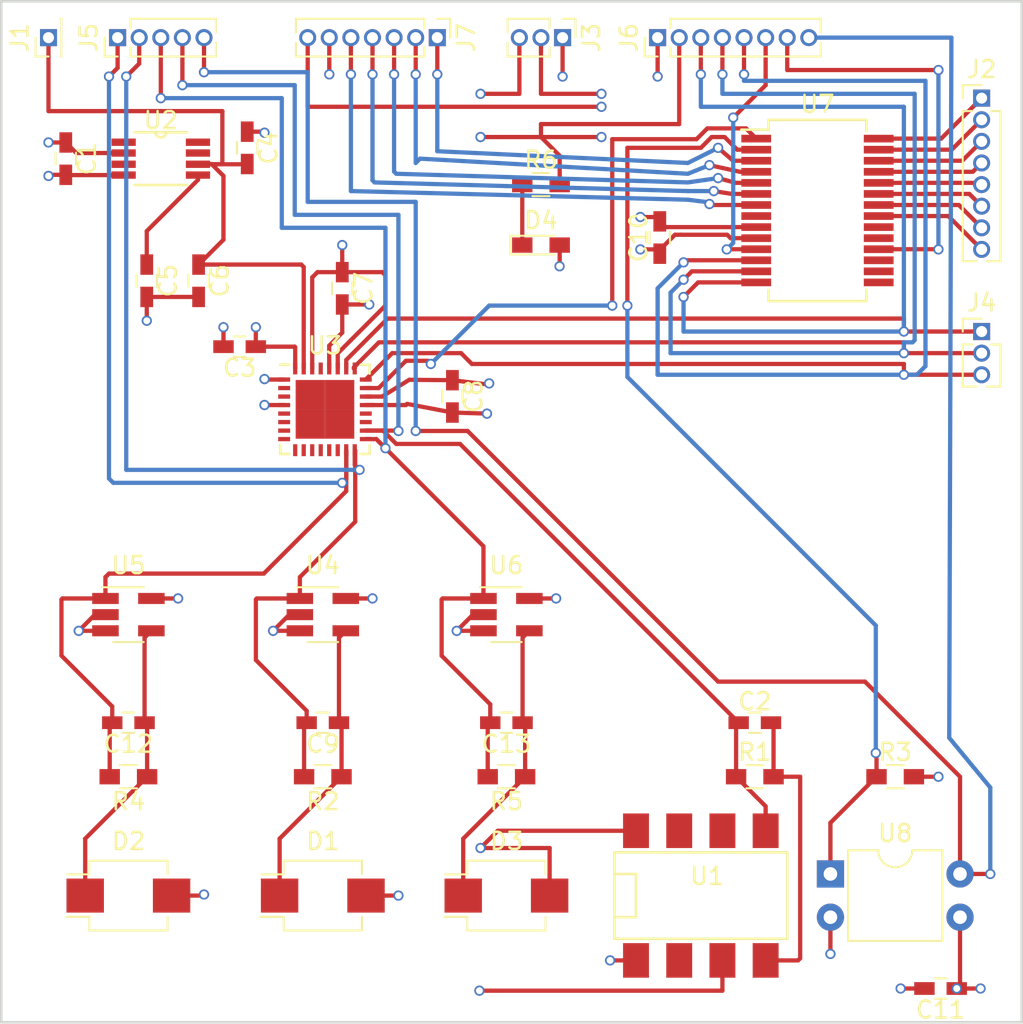
<source format=kicad_pcb>
(kicad_pcb (version 4) (host pcbnew 4.0.6)
  (title_block (title "FlatSat I PAY SENSORS") (date 2017-08-20) (rev 1.0.11) (company "Space Systems\\nUniversity of Toronto Aerospace Team\\n\\n"))
  (layers (0 F.Cu signal) (1 GND power hide) (2 VCC power hide) (31 B.Cu signal) (34 B.Paste user) (35 F.Paste user) (36 B.SilkS user) (37 F.SilkS user) (38 B.Mask user) (39 F.Mask user) (44 Edge.Cuts user))
  (net 0 "")
  (net 1 +3V3)
  (net 2 AGND)
  (net 3 /INTEG_OUT)
  (net 4 "Net-(C2-Pad2)")
  (net 5 "Net-(C4-Pad2)")
  (net 6 "Net-(C5-Pad1)")
  (net 7 "Net-(C9-Pad1)")
  (net 8 /CUSTOM_TEMD_2_OUT)
  (net 9 GND)
  (net 10 "Net-(C12-Pad1)")
  (net 11 /CUSTOM_SFH_OUT)
  (net 12 "Net-(C13-Pad1)")
  (net 13 /CUSTOM_TEMD_1_OUT)
  (net 14 "Net-(J2-Pad1)")
  (net 15 "Net-(J2-Pad2)")
  (net 16 "Net-(J2-Pad3)")
  (net 17 "Net-(J2-Pad4)")
  (net 18 "Net-(J2-Pad5)")
  (net 19 "Net-(J2-Pad6)")
  (net 20 "Net-(J2-Pad7)")
  (net 21 "Net-(J2-Pad8)")
  (net 22 /MISO)
  (net 23 /MOSI)
  (net 24 /SCLK)
  (net 25 /ITF_OUT)
  (net 26 /PEX_CS)
  (net 27 /PEX_RST)
  (net 28 /LED_1)
  (net 29 /LED_2)
  (net 30 /LED_3)
  (net 31 /LED_4)
  (net 32 /LED_5)
  (net 33 "Net-(R3-Pad1)")
  (net 34 "Net-(U3-Pad2)")
  (net 35 "Net-(U3-Pad23)")
  (net 36 "Net-(D4-Pad1)")
  (module Capacitors_SMD:C_0603_HandSoldering (layer F.Cu) (at 113.792 79.248 270)
    (fp_text reference C1 (at 0 -1.25 270) (layer F.SilkS))
    (fp_text value 10uF hide)
    (pad 1 smd rect (at -0.95 0 270) (size 1.2 0.75) (layers F.Cu F.Paste F.Mask) (net 1 +3V3))
    (pad 2 smd rect (at 0.95 0 270) (size 1.2 0.75) (layers F.Cu F.Paste F.Mask) (net 2 AGND))
  )
  (module Capacitors_SMD:C_0603_HandSoldering (layer F.Cu) (at 154.305 112.395)
    (fp_text reference C2 (at 0 -1.25) (layer F.SilkS))
    (fp_text value 0F hide)
    (pad 1 smd rect (at -0.95 0) (size 1.2 0.75) (layers F.Cu F.Paste F.Mask) (net 3 /INTEG_OUT))
    (pad 2 smd rect (at 0.95 0) (size 1.2 0.75) (layers F.Cu F.Paste F.Mask) (net 4 "Net-(C2-Pad2)"))
  )
  (module Capacitors_SMD:C_0603_HandSoldering (layer F.Cu) (at 124.0155 90.297 180)
    (fp_text reference C3 (at 0 -1.25 180) (layer F.SilkS))
    (fp_text value 100nF hide)
    (pad 1 smd rect (at -0.95 0 180) (size 1.2 0.75) (layers F.Cu F.Paste F.Mask) (net 1 +3V3))
    (pad 2 smd rect (at 0.95 0 180) (size 1.2 0.75) (layers F.Cu F.Paste F.Mask) (net 2 AGND))
  )
  (module Capacitors_SMD:C_0603_HandSoldering (layer F.Cu) (at 124.46 78.613 270)
    (fp_text reference C4 (at 0 -1.25 270) (layer F.SilkS))
    (fp_text value 100nF hide)
    (pad 1 smd rect (at -0.95 0 270) (size 1.2 0.75) (layers F.Cu F.Paste F.Mask) (net 2 AGND))
    (pad 2 smd rect (at 0.95 0 270) (size 1.2 0.75) (layers F.Cu F.Paste F.Mask) (net 5 "Net-(C4-Pad2)"))
  )
  (module Capacitors_SMD:C_0603_HandSoldering (layer F.Cu) (at 118.5545 86.4235 270)
    (fp_text reference C5 (at 0 -1.25 270) (layer F.SilkS))
    (fp_text value 100nF hide)
    (pad 1 smd rect (at -0.95 0 270) (size 1.2 0.75) (layers F.Cu F.Paste F.Mask) (net 6 "Net-(C5-Pad1)"))
    (pad 2 smd rect (at 0.95 0 270) (size 1.2 0.75) (layers F.Cu F.Paste F.Mask) (net 2 AGND))
  )
  (module Capacitors_SMD:C_0603_HandSoldering (layer F.Cu) (at 121.6025 86.4235 270)
    (fp_text reference C6 (at 0 -1.25 270) (layer F.SilkS))
    (fp_text value 100nF hide)
    (pad 1 smd rect (at -0.95 0 270) (size 1.2 0.75) (layers F.Cu F.Paste F.Mask) (net 5 "Net-(C4-Pad2)"))
    (pad 2 smd rect (at 0.95 0 270) (size 1.2 0.75) (layers F.Cu F.Paste F.Mask) (net 2 AGND))
  )
  (module Capacitors_SMD:C_0603_HandSoldering (layer F.Cu) (at 130.048 86.868 270)
    (fp_text reference C7 (at 0 -1.25 270) (layer F.SilkS))
    (fp_text value 100nF hide)
    (pad 1 smd rect (at -0.95 0 270) (size 1.2 0.75) (layers F.Cu F.Paste F.Mask) (net 2 AGND))
    (pad 2 smd rect (at 0.95 0 270) (size 1.2 0.75) (layers F.Cu F.Paste F.Mask) (net 1 +3V3))
  )
  (module Capacitors_SMD:C_0603_HandSoldering (layer F.Cu) (at 136.525 93.218 270)
    (fp_text reference C8 (at 0 -1.25 270) (layer F.SilkS))
    (fp_text value 100nF hide)
    (pad 1 smd rect (at -0.95 0 270) (size 1.2 0.75) (layers F.Cu F.Paste F.Mask) (net 2 AGND))
    (pad 2 smd rect (at 0.95 0 270) (size 1.2 0.75) (layers F.Cu F.Paste F.Mask) (net 1 +3V3))
  )
  (module Capacitors_SMD:C_0603_HandSoldering (layer F.Cu) (at 128.905 112.395 180)
    (fp_text reference C9 (at 0 -1.25 180) (layer F.SilkS))
    (fp_text value C hide)
    (pad 1 smd rect (at -0.95 0 180) (size 1.2 0.75) (layers F.Cu F.Paste F.Mask) (net 7 "Net-(C9-Pad1)"))
    (pad 2 smd rect (at 0.95 0 180) (size 1.2 0.75) (layers F.Cu F.Paste F.Mask) (net 13 /CUSTOM_TEMD_1_OUT))
  )
  (module Capacitors_SMD:C_0603_HandSoldering (layer F.Cu) (at 148.717 83.8835 90)
    (fp_text reference C10 (at 0 -1.25 90) (layer F.SilkS))
    (fp_text value 100nF hide)
    (pad 1 smd rect (at -0.95 0 90) (size 1.2 0.75) (layers F.Cu F.Paste F.Mask) (net 9 GND))
    (pad 2 smd rect (at 0.95 0 90) (size 1.2 0.75) (layers F.Cu F.Paste F.Mask) (net 1 +3V3))
  )
  (module Capacitors_SMD:C_0603_HandSoldering (layer F.Cu) (at 165.227 128.016 180)
    (fp_text reference C11 (at 0 -1.25 180) (layer F.SilkS))
    (fp_text value 100nF hide)
    (pad 1 smd rect (at -0.95 0 180) (size 1.2 0.75) (layers F.Cu F.Paste F.Mask) (net 1 +3V3))
    (pad 2 smd rect (at 0.95 0 180) (size 1.2 0.75) (layers F.Cu F.Paste F.Mask) (net 9 GND))
  )
  (module Capacitors_SMD:C_0603_HandSoldering (layer F.Cu) (at 117.475 112.395 180)
    (fp_text reference C12 (at 0 -1.25 180) (layer F.SilkS))
    (fp_text value C hide)
    (pad 1 smd rect (at -0.95 0 180) (size 1.2 0.75) (layers F.Cu F.Paste F.Mask) (net 10 "Net-(C12-Pad1)"))
    (pad 2 smd rect (at 0.95 0 180) (size 1.2 0.75) (layers F.Cu F.Paste F.Mask) (net 11 /CUSTOM_SFH_OUT))
  )
  (module Capacitors_SMD:C_0603_HandSoldering (layer F.Cu) (at 139.7 112.395 180)
    (fp_text reference C13 (at 0 -1.25 180) (layer F.SilkS))
    (fp_text value C hide)
    (pad 1 smd rect (at -0.95 0 180) (size 1.2 0.75) (layers F.Cu F.Paste F.Mask) (net 12 "Net-(C13-Pad1)"))
    (pad 2 smd rect (at 0.95 0 180) (size 1.2 0.75) (layers F.Cu F.Paste F.Mask) (net 8 /CUSTOM_TEMD_2_OUT))
  )
  (module Opto-Devices:PhotoDiode_SMD-DIL2_4.5x4 (layer F.Cu) (at 128.905 122.555)
    (fp_text reference D1 (at 0.01 -3.2) (layer F.SilkS))
    (fp_text value TEMD5510FX01 hide)
    (pad 2 smd rect (at 2.54 0 180) (size 2.2 2) (layers F.Cu F.Paste F.Mask) (net 2 AGND))
    (pad 1 smd rect (at -2.54 0 180) (size 2.2 2) (layers F.Cu F.Paste F.Mask) (net 7 "Net-(C9-Pad1)"))
  )
  (module Opto-Devices:PhotoDiode_SMD-DIL2_4.5x4 (layer F.Cu) (at 117.475 122.555)
    (fp_text reference D2 (at 0.01 -3.2) (layer F.SilkS))
    (fp_text value SFH2430 hide)
    (pad 2 smd rect (at 2.54 0 180) (size 2.2 2) (layers F.Cu F.Paste F.Mask) (net 2 AGND))
    (pad 1 smd rect (at -2.54 0 180) (size 2.2 2) (layers F.Cu F.Paste F.Mask) (net 10 "Net-(C12-Pad1)"))
  )
  (module Opto-Devices:PhotoDiode_SMD-DIL2_4.5x4 (layer F.Cu) (at 139.7 122.555)
    (fp_text reference D3 (at 0.01 -3.2) (layer F.SilkS))
    (fp_text value TEMD5510FX01 hide)
    (pad 2 smd rect (at 2.54 0 180) (size 2.2 2) (layers F.Cu F.Paste F.Mask) (net 2 AGND))
    (pad 1 smd rect (at -2.54 0 180) (size 2.2 2) (layers F.Cu F.Paste F.Mask) (net 12 "Net-(C13-Pad1)"))
  )
  (module Pin_Headers:Pin_Header_Straight_1x01_Pitch1.27mm (layer F.Cu) (at 112.776 72.136 90)
    (fp_text reference J1 (at 0 -1.695 90) (layer F.SilkS))
    (fp_text value CONN_01X01 hide)
    (pad 1 thru_hole rect (at 0 0 90) (size 1 1) (drill 0.65) (layers *.Cu *.Mask) (net 5 "Net-(C4-Pad2)"))
  )
  (module Pin_Headers:Pin_Header_Straight_1x03_Pitch1.27mm (layer F.Cu) (at 143.002 72.136 270)
    (fp_text reference J3 (at 0 -1.695 270) (layer F.SilkS))
    (fp_text value CONN_01X03 hide)
    (pad 1 thru_hole rect (at 0 0 270) (size 1 1) (drill 0.65) (layers *.Cu *.Mask) (net 1 +3V3))
    (pad 2 thru_hole oval (at 0 1.27 270) (size 1 1) (drill 0.65) (layers *.Cu *.Mask) (net 9 GND))
    (pad 3 thru_hole oval (at 0 2.54 270) (size 1 1) (drill 0.65) (layers *.Cu *.Mask) (net 2 AGND))
  )
  (module Pin_Headers:Pin_Header_Straight_1x03_Pitch1.27mm (layer F.Cu) (at 167.64 89.408)
    (fp_text reference J4 (at 0 -1.695) (layer F.SilkS))
    (fp_text value CONN_01X03 hide)
    (pad 1 thru_hole rect (at 0 0) (size 1 1) (drill 0.65) (layers *.Cu *.Mask) (net 22 /MISO))
    (pad 2 thru_hole oval (at 0 1.27) (size 1 1) (drill 0.65) (layers *.Cu *.Mask) (net 23 /MOSI))
    (pad 3 thru_hole oval (at 0 2.54) (size 1 1) (drill 0.65) (layers *.Cu *.Mask) (net 24 /SCLK))
  )
  (module Pin_Headers:Pin_Header_Straight_1x05_Pitch1.27mm (layer F.Cu) (at 116.84 72.136 90)
    (fp_text reference J5 (at 0 -1.695 90) (layer F.SilkS))
    (fp_text value CONN_01X05 hide)
    (pad 1 thru_hole rect (at 0 0 90) (size 1 1) (drill 0.65) (layers *.Cu *.Mask) (net 11 /CUSTOM_SFH_OUT))
    (pad 2 thru_hole oval (at 0 1.27 90) (size 1 1) (drill 0.65) (layers *.Cu *.Mask) (net 13 /CUSTOM_TEMD_1_OUT))
    (pad 3 thru_hole oval (at 0 2.54 90) (size 1 1) (drill 0.65) (layers *.Cu *.Mask) (net 8 /CUSTOM_TEMD_2_OUT))
    (pad 4 thru_hole oval (at 0 3.81 90) (size 1 1) (drill 0.65) (layers *.Cu *.Mask) (net 3 /INTEG_OUT))
    (pad 5 thru_hole oval (at 0 5.08 90) (size 1 1) (drill 0.65) (layers *.Cu *.Mask) (net 25 /ITF_OUT))
  )
  (module Pin_Headers:Pin_Header_Straight_1x08_Pitch1.27mm (layer F.Cu) (at 148.59 72.136 90)
    (fp_text reference J6 (at 0 -1.695 90) (layer F.SilkS))
    (fp_text value CONN_01X08 hide)
    (pad 1 thru_hole rect (at 0 0 90) (size 1 1) (drill 0.65) (layers *.Cu *.Mask) (net 1 +3V3))
    (pad 2 thru_hole oval (at 0 1.27 90) (size 1 1) (drill 0.65) (layers *.Cu *.Mask) (net 9 GND))
    (pad 3 thru_hole oval (at 0 2.54 90) (size 1 1) (drill 0.65) (layers *.Cu *.Mask) (net 22 /MISO))
    (pad 4 thru_hole oval (at 0 3.81 90) (size 1 1) (drill 0.65) (layers *.Cu *.Mask) (net 23 /MOSI))
    (pad 5 thru_hole oval (at 0 5.08 90) (size 1 1) (drill 0.65) (layers *.Cu *.Mask) (net 24 /SCLK))
    (pad 6 thru_hole oval (at 0 6.35 90) (size 1 1) (drill 0.65) (layers *.Cu *.Mask) (net 26 /PEX_CS))
    (pad 7 thru_hole oval (at 0 7.62 90) (size 1 1) (drill 0.65) (layers *.Cu *.Mask) (net 27 /PEX_RST))
    (pad 8 thru_hole oval (at 0 8.89 90) (size 1 1) (drill 0.65) (layers *.Cu *.Mask) (net 25 /ITF_OUT))
  )
  (module Pin_Headers:Pin_Header_Straight_1x07_Pitch1.27mm (layer F.Cu) (at 135.636 72.136 270)
    (fp_text reference J7 (at 0 -1.695 270) (layer F.SilkS))
    (fp_text value CONN_01X07 hide)
    (pad 1 thru_hole rect (at 0 0 270) (size 1 1) (drill 0.65) (layers *.Cu *.Mask) (net 28 /LED_1))
    (pad 2 thru_hole oval (at 0 1.27 270) (size 1 1) (drill 0.65) (layers *.Cu *.Mask) (net 29 /LED_2))
    (pad 3 thru_hole oval (at 0 2.54 270) (size 1 1) (drill 0.65) (layers *.Cu *.Mask) (net 30 /LED_3))
    (pad 4 thru_hole oval (at 0 3.81 270) (size 1 1) (drill 0.65) (layers *.Cu *.Mask) (net 31 /LED_4))
    (pad 5 thru_hole oval (at 0 5.08 270) (size 1 1) (drill 0.65) (layers *.Cu *.Mask) (net 32 /LED_5))
    (pad 6 thru_hole oval (at 0 6.35 270) (size 1 1) (drill 0.65) (layers *.Cu *.Mask) (net 1 +3V3))
    (pad 7 thru_hole oval (at 0 7.62 270) (size 1 1) (drill 0.65) (layers *.Cu *.Mask) (net 9 GND))
  )
  (module Resistors_SMD:R_0603_HandSoldering (layer F.Cu) (at 154.305 115.57)
    (fp_text reference R1 (at 0 -1.45) (layer F.SilkS))
    (fp_text value 0Ω hide)
    (pad 1 smd rect (at -1.1 0) (size 1.2 0.9) (layers F.Cu F.Paste F.Mask) (net 3 /INTEG_OUT))
    (pad 2 smd rect (at 1.1 0) (size 1.2 0.9) (layers F.Cu F.Paste F.Mask) (net 4 "Net-(C2-Pad2)"))
  )
  (module Resistors_SMD:R_0603_HandSoldering (layer F.Cu) (at 128.905 115.57 180)
    (fp_text reference R2 (at 0 -1.45 180) (layer F.SilkS))
    (fp_text value R hide)
    (pad 1 smd rect (at -1.1 0 180) (size 1.2 0.9) (layers F.Cu F.Paste F.Mask) (net 7 "Net-(C9-Pad1)"))
    (pad 2 smd rect (at 1.1 0 180) (size 1.2 0.9) (layers F.Cu F.Paste F.Mask) (net 13 /CUSTOM_TEMD_1_OUT))
  )
  (module Resistors_SMD:R_0603_HandSoldering (layer F.Cu) (at 162.56 115.57)
    (fp_text reference R3 (at 0 -1.45) (layer F.SilkS))
    (fp_text value 10kΩ hide)
    (pad 1 smd rect (at -1.1 0) (size 1.2 0.9) (layers F.Cu F.Paste F.Mask) (net 33 "Net-(R3-Pad1)"))
    (pad 2 smd rect (at 1.1 0) (size 1.2 0.9) (layers F.Cu F.Paste F.Mask) (net 1 +3V3))
  )
  (module Resistors_SMD:R_0603_HandSoldering (layer F.Cu) (at 117.475 115.57 180)
    (fp_text reference R4 (at 0 -1.45 180) (layer F.SilkS))
    (fp_text value R hide)
    (pad 1 smd rect (at -1.1 0 180) (size 1.2 0.9) (layers F.Cu F.Paste F.Mask) (net 10 "Net-(C12-Pad1)"))
    (pad 2 smd rect (at 1.1 0 180) (size 1.2 0.9) (layers F.Cu F.Paste F.Mask) (net 11 /CUSTOM_SFH_OUT))
  )
  (module Resistors_SMD:R_0603_HandSoldering (layer F.Cu) (at 139.7 115.57 180)
    (fp_text reference R5 (at 0 -1.45 180) (layer F.SilkS))
    (fp_text value R hide)
    (pad 1 smd rect (at -1.1 0 180) (size 1.2 0.9) (layers F.Cu F.Paste F.Mask) (net 12 "Net-(C13-Pad1)"))
    (pad 2 smd rect (at 1.1 0 180) (size 1.2 0.9) (layers F.Cu F.Paste F.Mask) (net 8 /CUSTOM_TEMD_2_OUT))
  )
  (module SMD_Packages:DIP-8_SMD (layer F.Cu) (at 151.13 122.555)
    (fp_text reference U1 (at 0.381 -1.143) (layer F.SilkS))
    (fp_text value OPT101 hide)
    (pad 1 smd rect (at -3.81 3.81) (size 1.524 2.032) (layers F.Cu F.Paste F.Mask) (net 1 +3V3))
    (pad 2 smd rect (at -1.27 3.81) (size 1.524 2.032) (layers F.Cu F.Paste F.Mask))
    (pad 3 smd rect (at 1.27 3.81) (size 1.524 2.032) (layers F.Cu F.Paste F.Mask) (net 2 AGND))
    (pad 4 smd rect (at 3.81 3.81) (size 1.524 2.032) (layers F.Cu F.Paste F.Mask) (net 4 "Net-(C2-Pad2)"))
    (pad 5 smd rect (at 3.81 -3.81) (size 1.524 2.032) (layers F.Cu F.Paste F.Mask) (net 3 /INTEG_OUT))
    (pad 6 smd rect (at 1.27 -3.81) (size 1.524 2.032) (layers F.Cu F.Paste F.Mask))
    (pad 7 smd rect (at -1.27 -3.81) (size 1.524 2.032) (layers F.Cu F.Paste F.Mask))
    (pad 8 smd rect (at -3.81 -3.81) (size 1.524 2.032) (layers F.Cu F.Paste F.Mask) (net 2 AGND))
  )
  (module REF5025AIDGKR:SOP65P490X110-8N (layer F.Cu) (at 119.38 79.248)
    (fp_text reference U2 (at 0 -2.25) (layer F.SilkS))
    (fp_text value REF5025 hide)
    (pad 1 smd rect (at -2.1844 -0.9652) (size 1.4224 0.4318) (layers F.Cu F.Paste F.Mask))
    (pad 2 smd rect (at -2.1844 -0.3302) (size 1.4224 0.4318) (layers F.Cu F.Paste F.Mask) (net 1 +3V3))
    (pad 3 smd rect (at -2.1844 0.3302) (size 1.4224 0.4318) (layers F.Cu F.Paste F.Mask))
    (pad 4 smd rect (at -2.1844 0.9652) (size 1.4224 0.4318) (layers F.Cu F.Paste F.Mask) (net 2 AGND))
    (pad 5 smd rect (at 2.1844 0.9652) (size 1.4224 0.4318) (layers F.Cu F.Paste F.Mask) (net 6 "Net-(C5-Pad1)"))
    (pad 6 smd rect (at 2.1844 0.3302) (size 1.4224 0.4318) (layers F.Cu F.Paste F.Mask) (net 5 "Net-(C4-Pad2)"))
    (pad 7 smd rect (at 2.1844 -0.3302) (size 1.4224 0.4318) (layers F.Cu F.Paste F.Mask))
    (pad 8 smd rect (at 2.1844 -0.9652) (size 1.4224 0.4318) (layers F.Cu F.Paste F.Mask))
  )
  (module Housings_DFN_QFN:QFN-32-1EP_5x5mm_Pitch0.5mm (layer F.Cu) (at 129.032 93.98)
    (fp_text reference U3 (at 0 -3.75) (layer F.SilkS))
    (fp_text value ADS7952 hide)
    (pad 1 smd rect (at -2.4 -1.75) (size 0.7 0.25) (layers F.Cu F.Paste F.Mask) (net 2 AGND))
    (pad 2 smd rect (at -2.4 -1.25) (size 0.7 0.25) (layers F.Cu F.Paste F.Mask) (net 34 "Net-(U3-Pad2)"))
    (pad 3 smd rect (at -2.4 -0.75) (size 0.7 0.25) (layers F.Cu F.Paste F.Mask) (net 34 "Net-(U3-Pad2)"))
    (pad 4 smd rect (at -2.4 -0.25) (size 0.7 0.25) (layers F.Cu F.Paste F.Mask) (net 2 AGND))
    (pad 5 smd rect (at -2.4 0.25) (size 0.7 0.25) (layers F.Cu F.Paste F.Mask))
    (pad 6 smd rect (at -2.4 0.75) (size 0.7 0.25) (layers F.Cu F.Paste F.Mask))
    (pad 7 smd rect (at -2.4 1.25) (size 0.7 0.25) (layers F.Cu F.Paste F.Mask))
    (pad 8 smd rect (at -2.4 1.75) (size 0.7 0.25) (layers F.Cu F.Paste F.Mask))
    (pad 9 smd rect (at -1.75 2.4 90) (size 0.7 0.25) (layers F.Cu F.Paste F.Mask))
    (pad 10 smd rect (at -1.25 2.4 90) (size 0.7 0.25) (layers F.Cu F.Paste F.Mask))
    (pad 11 smd rect (at -0.75 2.4 90) (size 0.7 0.25) (layers F.Cu F.Paste F.Mask))
    (pad 12 smd rect (at -0.25 2.4 90) (size 0.7 0.25) (layers F.Cu F.Paste F.Mask))
    (pad 13 smd rect (at 0.25 2.4 90) (size 0.7 0.25) (layers F.Cu F.Paste F.Mask))
    (pad 14 smd rect (at 0.75 2.4 90) (size 0.7 0.25) (layers F.Cu F.Paste F.Mask))
    (pad 15 smd rect (at 1.25 2.4 90) (size 0.7 0.25) (layers F.Cu F.Paste F.Mask) (net 11 /CUSTOM_SFH_OUT))
    (pad 16 smd rect (at 1.75 2.4 90) (size 0.7 0.25) (layers F.Cu F.Paste F.Mask) (net 13 /CUSTOM_TEMD_1_OUT))
    (pad 17 smd rect (at 2.4 1.75) (size 0.7 0.25) (layers F.Cu F.Paste F.Mask) (net 8 /CUSTOM_TEMD_2_OUT))
    (pad 18 smd rect (at 2.4 1.25) (size 0.7 0.25) (layers F.Cu F.Paste F.Mask) (net 3 /INTEG_OUT))
    (pad 19 smd rect (at 2.4 0.75) (size 0.7 0.25) (layers F.Cu F.Paste F.Mask))
    (pad 20 smd rect (at 2.4 0.25) (size 0.7 0.25) (layers F.Cu F.Paste F.Mask))
    (pad 21 smd rect (at 2.4 -0.25) (size 0.7 0.25) (layers F.Cu F.Paste F.Mask) (net 1 +3V3))
    (pad 22 smd rect (at 2.4 -0.75) (size 0.7 0.25) (layers F.Cu F.Paste F.Mask) (net 2 AGND))
    (pad 23 smd rect (at 2.4 -1.25) (size 0.7 0.25) (layers F.Cu F.Paste F.Mask) (net 35 "Net-(U3-Pad23)"))
    (pad 24 smd rect (at 2.4 -1.75) (size 0.7 0.25) (layers F.Cu F.Paste F.Mask) (net 24 /SCLK))
    (pad 25 smd rect (at 1.75 -2.4 90) (size 0.7 0.25) (layers F.Cu F.Paste F.Mask) (net 23 /MOSI))
    (pad 26 smd rect (at 1.25 -2.4 90) (size 0.7 0.25) (layers F.Cu F.Paste F.Mask) (net 22 /MISO))
    (pad 27 smd rect (at 0.75 -2.4 90) (size 0.7 0.25) (layers F.Cu F.Paste F.Mask) (net 2 AGND))
    (pad 28 smd rect (at 0.25 -2.4 90) (size 0.7 0.25) (layers F.Cu F.Paste F.Mask) (net 1 +3V3))
    (pad 29 smd rect (at -0.25 -2.4 90) (size 0.7 0.25) (layers F.Cu F.Paste F.Mask))
    (pad 30 smd rect (at -0.75 -2.4 90) (size 0.7 0.25) (layers F.Cu F.Paste F.Mask) (net 2 AGND))
    (pad 31 smd rect (at -1.25 -2.4 90) (size 0.7 0.25) (layers F.Cu F.Paste F.Mask) (net 5 "Net-(C4-Pad2)"))
    (pad 32 smd rect (at -1.75 -2.4 90) (size 0.7 0.25) (layers F.Cu F.Paste F.Mask) (net 1 +3V3))
    (pad 33 smd rect (at 0.8625 0.8625) (size 1.725 1.725) (layers F.Cu F.Paste F.Mask))
    (pad 33 smd rect (at 0.8625 -0.8625) (size 1.725 1.725) (layers F.Cu F.Paste F.Mask))
    (pad 33 smd rect (at -0.8625 0.8625) (size 1.725 1.725) (layers F.Cu F.Paste F.Mask))
    (pad 33 smd rect (at -0.8625 -0.8625) (size 1.725 1.725) (layers F.Cu F.Paste F.Mask))
  )
  (module TO_SOT_Packages_SMD:SOT-23-5_HandSoldering (layer F.Cu) (at 128.905 106.045)
    (fp_text reference U4 (at 0 -2.9) (layer F.SilkS))
    (fp_text value LTC6240-S5 hide)
    (pad 1 smd rect (at -1.35 -0.95) (size 1.56 0.65) (layers F.Cu F.Paste F.Mask) (net 13 /CUSTOM_TEMD_1_OUT))
    (pad 2 smd rect (at -1.35 0) (size 1.56 0.65) (layers F.Cu F.Paste F.Mask) (net 2 AGND))
    (pad 3 smd rect (at -1.35 0.95) (size 1.56 0.65) (layers F.Cu F.Paste F.Mask) (net 2 AGND))
    (pad 4 smd rect (at 1.35 0.95) (size 1.56 0.65) (layers F.Cu F.Paste F.Mask) (net 7 "Net-(C9-Pad1)"))
    (pad 5 smd rect (at 1.35 -0.95) (size 1.56 0.65) (layers F.Cu F.Paste F.Mask) (net 1 +3V3))
  )
  (module TO_SOT_Packages_SMD:SOT-23-5_HandSoldering (layer F.Cu) (at 117.475 106.045)
    (fp_text reference U5 (at 0 -2.9) (layer F.SilkS))
    (fp_text value LTC6240-S5 hide)
    (pad 1 smd rect (at -1.35 -0.95) (size 1.56 0.65) (layers F.Cu F.Paste F.Mask) (net 11 /CUSTOM_SFH_OUT))
    (pad 2 smd rect (at -1.35 0) (size 1.56 0.65) (layers F.Cu F.Paste F.Mask) (net 2 AGND))
    (pad 3 smd rect (at -1.35 0.95) (size 1.56 0.65) (layers F.Cu F.Paste F.Mask) (net 2 AGND))
    (pad 4 smd rect (at 1.35 0.95) (size 1.56 0.65) (layers F.Cu F.Paste F.Mask) (net 10 "Net-(C12-Pad1)"))
    (pad 5 smd rect (at 1.35 -0.95) (size 1.56 0.65) (layers F.Cu F.Paste F.Mask) (net 1 +3V3))
  )
  (module TO_SOT_Packages_SMD:SOT-23-5_HandSoldering (layer F.Cu) (at 139.7 106.045)
    (fp_text reference U6 (at 0 -2.9) (layer F.SilkS))
    (fp_text value LTC6240-S5 hide)
    (pad 1 smd rect (at -1.35 -0.95) (size 1.56 0.65) (layers F.Cu F.Paste F.Mask) (net 8 /CUSTOM_TEMD_2_OUT))
    (pad 2 smd rect (at -1.35 0) (size 1.56 0.65) (layers F.Cu F.Paste F.Mask) (net 2 AGND))
    (pad 3 smd rect (at -1.35 0.95) (size 1.56 0.65) (layers F.Cu F.Paste F.Mask) (net 2 AGND))
    (pad 4 smd rect (at 1.35 0.95) (size 1.56 0.65) (layers F.Cu F.Paste F.Mask) (net 12 "Net-(C13-Pad1)"))
    (pad 5 smd rect (at 1.35 -0.95) (size 1.56 0.65) (layers F.Cu F.Paste F.Mask) (net 1 +3V3))
  )
  (module Housings_SSOP:SSOP-28_5.3x10.2mm_Pitch0.65mm (layer F.Cu) (at 157.988 82.296)
    (fp_text reference U7 (at 0 -6.25) (layer F.SilkS))
    (fp_text value MCP23S17 hide)
    (pad 1 smd rect (at -3.6 -4.225) (size 1.75 0.45) (layers F.Cu F.Paste F.Mask) (net 35 "Net-(U3-Pad23)"))
    (pad 2 smd rect (at -3.6 -3.575) (size 1.75 0.45) (layers F.Cu F.Paste F.Mask) (net 33 "Net-(R3-Pad1)"))
    (pad 3 smd rect (at -3.6 -2.925) (size 1.75 0.45) (layers F.Cu F.Paste F.Mask) (net 28 /LED_1))
    (pad 4 smd rect (at -3.6 -2.275) (size 1.75 0.45) (layers F.Cu F.Paste F.Mask) (net 29 /LED_2))
    (pad 5 smd rect (at -3.6 -1.625) (size 1.75 0.45) (layers F.Cu F.Paste F.Mask) (net 30 /LED_3))
    (pad 6 smd rect (at -3.6 -0.975) (size 1.75 0.45) (layers F.Cu F.Paste F.Mask) (net 31 /LED_4))
    (pad 7 smd rect (at -3.6 -0.325) (size 1.75 0.45) (layers F.Cu F.Paste F.Mask) (net 32 /LED_5))
    (pad 8 smd rect (at -3.6 0.325) (size 1.75 0.45) (layers F.Cu F.Paste F.Mask))
    (pad 9 smd rect (at -3.6 0.975) (size 1.75 0.45) (layers F.Cu F.Paste F.Mask) (net 1 +3V3))
    (pad 10 smd rect (at -3.6 1.625) (size 1.75 0.45) (layers F.Cu F.Paste F.Mask) (net 9 GND))
    (pad 11 smd rect (at -3.6 2.275) (size 1.75 0.45) (layers F.Cu F.Paste F.Mask) (net 26 /PEX_CS))
    (pad 12 smd rect (at -3.6 2.925) (size 1.75 0.45) (layers F.Cu F.Paste F.Mask) (net 24 /SCLK))
    (pad 13 smd rect (at -3.6 3.575) (size 1.75 0.45) (layers F.Cu F.Paste F.Mask) (net 23 /MOSI))
    (pad 14 smd rect (at -3.6 4.225) (size 1.75 0.45) (layers F.Cu F.Paste F.Mask) (net 22 /MISO))
    (pad 15 smd rect (at 3.6 4.225) (size 1.75 0.45) (layers F.Cu F.Paste F.Mask))
    (pad 16 smd rect (at 3.6 3.575) (size 1.75 0.45) (layers F.Cu F.Paste F.Mask))
    (pad 17 smd rect (at 3.6 2.925) (size 1.75 0.45) (layers F.Cu F.Paste F.Mask))
    (pad 18 smd rect (at 3.6 2.275) (size 1.75 0.45) (layers F.Cu F.Paste F.Mask) (net 27 /PEX_RST))
    (pad 19 smd rect (at 3.6 1.625) (size 1.75 0.45) (layers F.Cu F.Paste F.Mask))
    (pad 20 smd rect (at 3.6 0.975) (size 1.75 0.45) (layers F.Cu F.Paste F.Mask))
    (pad 21 smd rect (at 3.6 0.325) (size 1.75 0.45) (layers F.Cu F.Paste F.Mask) (net 21 "Net-(J2-Pad8)"))
    (pad 22 smd rect (at 3.6 -0.325) (size 1.75 0.45) (layers F.Cu F.Paste F.Mask) (net 20 "Net-(J2-Pad7)"))
    (pad 23 smd rect (at 3.6 -0.975) (size 1.75 0.45) (layers F.Cu F.Paste F.Mask) (net 19 "Net-(J2-Pad6)"))
    (pad 24 smd rect (at 3.6 -1.625) (size 1.75 0.45) (layers F.Cu F.Paste F.Mask) (net 18 "Net-(J2-Pad5)"))
    (pad 25 smd rect (at 3.6 -2.275) (size 1.75 0.45) (layers F.Cu F.Paste F.Mask) (net 17 "Net-(J2-Pad4)"))
    (pad 26 smd rect (at 3.6 -2.925) (size 1.75 0.45) (layers F.Cu F.Paste F.Mask) (net 16 "Net-(J2-Pad3)"))
    (pad 27 smd rect (at 3.6 -3.575) (size 1.75 0.45) (layers F.Cu F.Paste F.Mask) (net 15 "Net-(J2-Pad2)"))
    (pad 28 smd rect (at 3.6 -4.225) (size 1.75 0.45) (layers F.Cu F.Paste F.Mask) (net 14 "Net-(J2-Pad1)"))
  )
  (module Housings_DIP:DIP-4_W7.62mm (layer F.Cu) (at 158.75 121.285)
    (fp_text reference U8 (at 3.81 -2.39) (layer F.SilkS))
    (fp_text value TSL237T hide)
    (pad 1 thru_hole rect (at 0 0) (size 1.6 1.6) (drill 0.8) (layers *.Cu *.Mask) (net 33 "Net-(R3-Pad1)"))
    (pad 3 thru_hole oval (at 7.62 2.54) (size 1.6 1.6) (drill 0.8) (layers *.Cu *.Mask) (net 1 +3V3))
    (pad 2 thru_hole oval (at 0 2.54) (size 1.6 1.6) (drill 0.8) (layers *.Cu *.Mask) (net 9 GND))
    (pad 4 thru_hole oval (at 7.62 0) (size 1.6 1.6) (drill 0.8) (layers *.Cu *.Mask) (net 25 /ITF_OUT))
  )
  (module LEDs:LED_0603_HandSoldering (layer F.Cu) (at 141.732 84.328)
    (fp_text reference D4 (at 0 -1.45) (layer F.SilkS))
    (fp_text value LED hide)
    (pad 1 smd rect (at -1.1 0) (size 1.2 0.9) (layers F.Cu F.Paste F.Mask) (net 36 "Net-(D4-Pad1)"))
    (pad 2 smd rect (at 1.1 0) (size 1.2 0.9) (layers F.Cu F.Paste F.Mask) (net 1 +3V3))
  )
  (module Resistors_SMD:R_0603_HandSoldering (layer F.Cu) (at 141.732 80.772)
    (fp_text reference R6 (at 0 -1.45) (layer F.SilkS))
    (fp_text value 330Ω hide)
    (pad 1 smd rect (at -1.1 0) (size 1.2 0.9) (layers F.Cu F.Paste F.Mask) (net 36 "Net-(D4-Pad1)"))
    (pad 2 smd rect (at 1.1 0) (size 1.2 0.9) (layers F.Cu F.Paste F.Mask) (net 9 GND))
  )
  (module Pin_Headers:Pin_Header_Straight_1x08_Pitch1.27mm (layer F.Cu) (at 167.64 75.692)
    (fp_text reference J2 (at 0 -1.695) (layer F.SilkS))
    (fp_text value CONN_01X08 hide)
    (pad 1 thru_hole rect (at 0 0) (size 1 1) (drill 0.65) (layers *.Cu *.Mask) (net 14 "Net-(J2-Pad1)"))
    (pad 2 thru_hole oval (at 0 1.27) (size 1 1) (drill 0.65) (layers *.Cu *.Mask) (net 15 "Net-(J2-Pad2)"))
    (pad 3 thru_hole oval (at 0 2.54) (size 1 1) (drill 0.65) (layers *.Cu *.Mask) (net 16 "Net-(J2-Pad3)"))
    (pad 4 thru_hole oval (at 0 3.81) (size 1 1) (drill 0.65) (layers *.Cu *.Mask) (net 17 "Net-(J2-Pad4)"))
    (pad 5 thru_hole oval (at 0 5.08) (size 1 1) (drill 0.65) (layers *.Cu *.Mask) (net 18 "Net-(J2-Pad5)"))
    (pad 6 thru_hole oval (at 0 6.35) (size 1 1) (drill 0.65) (layers *.Cu *.Mask) (net 19 "Net-(J2-Pad6)"))
    (pad 7 thru_hole oval (at 0 7.62) (size 1 1) (drill 0.65) (layers *.Cu *.Mask) (net 20 "Net-(J2-Pad7)"))
    (pad 8 thru_hole oval (at 0 8.89) (size 1 1) (drill 0.65) (layers *.Cu *.Mask) (net 21 "Net-(J2-Pad8)"))
  )
  (gr_line (start 110 70) (end 110 130) (angle 90) (layer Edge.Cuts) (width 0.15))
  (gr_line (start 110 130) (end 170 130) (angle 90) (layer Edge.Cuts) (width 0.15))
  (gr_line (start 170 70) (end 170 130) (angle 90) (layer Edge.Cuts) (width 0.15))
  (gr_line (start 110 70) (end 170 70) (angle 90) (layer Edge.Cuts) (width 0.15))
  (segment (start 129.286 72.136) (end 129.286 74.295) (width 0.25) (layer F.Cu) (net 1))
  (via (at 129.286 74.295) (size 0.6) (drill 0.4) (layers F.Cu B.Cu) (net 1))
  (segment (start 131.432 93.73) (end 133.7905 93.73) (width 0.25) (layer F.Cu) (net 1))
  (segment (start 133.8605 93.66) (end 136.525 94.168) (width 0.25) (layer F.Cu) (net 1))
  (segment (start 133.7905 93.73) (end 133.8605 93.66) (width 0.25) (layer F.Cu) (net 1))
  (segment (start 113.792 78.298) (end 112.7785 78.298) (width 0.25) (layer F.Cu) (net 1))
  (via (at 112.776 78.2955) (size 0.6) (drill 0.4) (layers F.Cu B.Cu) (net 1))
  (segment (start 112.7785 78.298) (end 112.776 78.2955) (width 0.25) (layer F.Cu) (net 1))
  (segment (start 114.4118 78.9178) (end 113.792 78.298) (width 0.25) (layer F.Cu) (net 1))
  (segment (start 154.388 83.271) (end 149.0545 83.271) (width 0.25) (layer F.Cu) (net 1))
  (segment (start 149.0545 83.271) (end 148.717 82.9335) (width 0.25) (layer F.Cu) (net 1))
  (segment (start 142.832 84.328) (end 142.832 85.5648) (width 0.25) (layer F.Cu) (net 1))
  (via (at 142.8242 85.5726) (size 0.6) (drill 0.4) (layers F.Cu B.Cu) (net 1))
  (segment (start 142.832 85.5648) (end 142.8242 85.5726) (width 0.25) (layer F.Cu) (net 1))
  (segment (start 149.0545 83.271) (end 148.717 82.9335) (width 0.25) (layer F.Cu) (net 1))
  (segment (start 130.048 87.818) (end 130.048 89.4715) (width 0.25) (layer F.Cu) (net 1))
  (segment (start 129.282 90.2375) (end 129.282 91.58) (width 0.25) (layer F.Cu) (net 1))
  (segment (start 130.048 89.4715) (end 129.282 90.2375) (width 0.25) (layer F.Cu) (net 1))
  (segment (start 131.8985 93.73) (end 131.432 93.73) (width 0.25) (layer F.Cu) (net 1))
  (segment (start 136.525 94.168) (end 138.5545 94.2315) (width 0.25) (layer F.Cu) (net 1))
  (segment (start 138.5545 94.2315) (end 138.557 94.234) (width 0.25) (layer F.Cu) (net 1))
  (via (at 138.557 94.234) (size 0.6) (drill 0.4) (layers F.Cu B.Cu) (net 1))
  (segment (start 148.59 72.136) (end 148.59 74.422) (width 0.25) (layer F.Cu) (net 1))
  (via (at 148.59 74.422) (size 0.6) (drill 0.4) (layers F.Cu B.Cu) (net 1))
  (segment (start 143.002 72.136) (end 143.002 74.422) (width 0.25) (layer F.Cu) (net 1))
  (via (at 143.002 74.422) (size 0.6) (drill 0.4) (layers F.Cu B.Cu) (net 1))
  (segment (start 130.048 87.818) (end 131.633 87.818) (width 0.25) (layer F.Cu) (net 1))
  (via (at 131.6355 87.8205) (size 0.6) (drill 0.4) (layers F.Cu B.Cu) (net 1))
  (segment (start 131.633 87.818) (end 131.6355 87.8205) (width 0.25) (layer F.Cu) (net 1))
  (segment (start 124.9655 90.297) (end 124.9655 89.1515) (width 0.25) (layer F.Cu) (net 1))
  (via (at 124.968 89.154) (size 0.6) (drill 0.4) (layers F.Cu B.Cu) (net 1))
  (segment (start 124.9655 89.1515) (end 124.968 89.154) (width 0.25) (layer F.Cu) (net 1))
  (segment (start 124.9655 90.297) (end 127.254 90.297) (width 0.25) (layer F.Cu) (net 1))
  (segment (start 127.282 90.325) (end 127.282 91.58) (width 0.25) (layer F.Cu) (net 1))
  (segment (start 127.254 90.297) (end 127.282 90.325) (width 0.25) (layer F.Cu) (net 1))
  (segment (start 148.971 82.6795) (end 147.5765 82.6795) (width 0.25) (layer F.Cu) (net 1))
  (via (at 147.574 82.677) (size 0.6) (drill 0.4) (layers F.Cu B.Cu) (net 1))
  (segment (start 147.5765 82.6795) (end 147.574 82.677) (width 0.25) (layer F.Cu) (net 1))
  (segment (start 163.66 115.57) (end 165.1 115.57) (width 0.25) (layer F.Cu) (net 1))
  (via (at 165.1 115.57) (size 0.6) (drill 0.4) (layers F.Cu B.Cu) (net 1))
  (segment (start 166.177 128.016) (end 167.5765 128.016) (width 0.25) (layer F.Cu) (net 1))
  (via (at 167.5765 128.016) (size 0.6) (drill 0.4) (layers F.Cu B.Cu) (net 1))
  (segment (start 166.37 123.825) (end 166.37 127.823) (width 0.25) (layer F.Cu) (net 1))
  (segment (start 166.37 127.823) (end 166.177 128.016) (width 0.25) (layer F.Cu) (net 1))
  (via (at 166.177 128.016) (size 0.6) (drill 0.4) (layers F.Cu B.Cu) (net 1))
  (segment (start 147.32 126.365) (end 145.796 126.365) (width 0.25) (layer F.Cu) (net 1))
  (via (at 145.796 126.365) (size 0.6) (drill 0.4) (layers F.Cu B.Cu) (net 1))
  (segment (start 141.05 105.095) (end 142.6185 105.095) (width 0.25) (layer F.Cu) (net 1))
  (via (at 142.621 105.0925) (size 0.6) (drill 0.4) (layers F.Cu B.Cu) (net 1))
  (segment (start 142.6185 105.095) (end 142.621 105.0925) (width 0.25) (layer F.Cu) (net 1))
  (segment (start 130.255 105.095) (end 131.8235 105.095) (width 0.25) (layer F.Cu) (net 1))
  (via (at 131.826 105.0925) (size 0.6) (drill 0.4) (layers F.Cu B.Cu) (net 1))
  (segment (start 131.8235 105.095) (end 131.826 105.0925) (width 0.25) (layer F.Cu) (net 1))
  (segment (start 118.825 105.095) (end 120.3935 105.095) (width 0.25) (layer F.Cu) (net 1))
  (via (at 120.396 105.0925) (size 0.6) (drill 0.4) (layers F.Cu B.Cu) (net 1))
  (segment (start 120.3935 105.095) (end 120.396 105.0925) (width 0.25) (layer F.Cu) (net 1))
  (segment (start 117.1956 78.9178) (end 114.4118 78.9178) (width 0.25) (layer F.Cu) (net 1))
  (segment (start 131.432 93.23) (end 132.3905 93.23) (width 0.25) (layer F.Cu) (net 2))
  (segment (start 133.985836 92.243244) (end 136.525 92.268) (width 0.25) (layer F.Cu) (net 2))
  (segment (start 132.3905 93.23) (end 133.985836 92.243244) (width 0.25) (layer F.Cu) (net 2))
  (segment (start 113.792 80.198) (end 112.842 80.198) (width 0.25) (layer F.Cu) (net 2))
  (via (at 112.776 80.264) (size 0.6) (drill 0.4) (layers F.Cu B.Cu) (net 2))
  (segment (start 112.842 80.198) (end 112.776 80.264) (width 0.25) (layer F.Cu) (net 2))
  (segment (start 117.1956 80.2132) (end 113.8072 80.2132) (width 0.25) (layer F.Cu) (net 2))
  (segment (start 113.8072 80.2132) (end 113.792 80.198) (width 0.25) (layer F.Cu) (net 2))
  (segment (start 136.525 92.268) (end 138.618 92.522) (width 0.25) (layer F.Cu) (net 2))
  (via (at 138.684 92.456) (size 0.6) (drill 0.4) (layers F.Cu B.Cu) (net 2))
  (segment (start 126.632 92.23) (end 125.504 92.23) (width 0.25) (layer F.Cu) (net 2))
  (via (at 125.476 92.202) (size 0.6) (drill 0.4) (layers F.Cu B.Cu) (net 2))
  (segment (start 125.504 92.23) (end 125.476 92.202) (width 0.25) (layer F.Cu) (net 2))
  (segment (start 126.632 93.73) (end 125.48 93.73) (width 0.25) (layer F.Cu) (net 2))
  (via (at 125.476 93.726) (size 0.6) (drill 0.4) (layers F.Cu B.Cu) (net 2))
  (segment (start 125.48 93.73) (end 125.476 93.726) (width 0.25) (layer F.Cu) (net 2))
  (segment (start 140.462 72.136) (end 140.462 75.438) (width 0.25) (layer F.Cu) (net 2))
  (via (at 138.176 75.438) (size 0.6) (drill 0.4) (layers F.Cu B.Cu) (net 2))
  (segment (start 140.462 75.438) (end 138.176 75.438) (width 0.25) (layer F.Cu) (net 2))
  (segment (start 132.588 87.884) (end 132.588 86.106) (width 0.25) (layer F.Cu) (net 2))
  (segment (start 129.782 91.58) (end 129.782 90.69) (width 0.25) (layer F.Cu) (net 2))
  (segment (start 129.782 90.69) (end 132.588 87.884) (width 0.25) (layer F.Cu) (net 2))
  (segment (start 132.4 85.918) (end 130.048 85.918) (width 0.25) (layer F.Cu) (net 2))
  (segment (start 132.588 86.106) (end 132.4 85.918) (width 0.25) (layer F.Cu) (net 2))
  (segment (start 130.048 85.918) (end 128.59 85.918) (width 0.25) (layer F.Cu) (net 2))
  (segment (start 128.282 86.226) (end 128.282 91.58) (width 0.25) (layer F.Cu) (net 2))
  (segment (start 128.59 85.918) (end 128.282 86.226) (width 0.25) (layer F.Cu) (net 2))
  (segment (start 130.048 85.918) (end 130.0455 84.3305) (width 0.25) (layer F.Cu) (net 2))
  (via (at 130.048 84.328) (size 0.6) (drill 0.4) (layers F.Cu B.Cu) (net 2))
  (segment (start 130.0455 84.3305) (end 130.048 84.328) (width 0.25) (layer F.Cu) (net 2))
  (segment (start 123.0655 90.297) (end 123.0655 89.1515) (width 0.25) (layer F.Cu) (net 2))
  (via (at 123.063 89.154) (size 0.6) (drill 0.4) (layers F.Cu B.Cu) (net 2))
  (segment (start 123.0655 89.1515) (end 123.063 89.154) (width 0.25) (layer F.Cu) (net 2))
  (segment (start 121.6025 87.3735) (end 118.5545 87.3735) (width 0.25) (layer F.Cu) (net 2))
  (segment (start 118.5545 87.3735) (end 118.5545 88.773) (width 0.25) (layer F.Cu) (net 2))
  (via (at 118.5545 88.773) (size 0.6) (drill 0.4) (layers F.Cu B.Cu) (net 2))
  (segment (start 152.4 126.365) (end 152.4 128.143) (width 0.25) (layer F.Cu) (net 2))
  (via (at 138.1125 128.143) (size 0.6) (drill 0.4) (layers F.Cu B.Cu) (net 2))
  (segment (start 152.4 128.143) (end 138.1125 128.143) (width 0.25) (layer F.Cu) (net 2))
  (segment (start 147.32 118.745) (end 139.192 118.745) (width 0.25) (layer F.Cu) (net 2))
  (segment (start 142.24 119.761) (end 138.176 119.761) (width 0.25) (layer F.Cu) (net 2))
  (via (at 138.176 119.761) (size 0.6) (drill 0.4) (layers F.Cu B.Cu) (net 2))
  (segment (start 142.24 119.761) (end 142.24 122.555) (width 0.25) (layer F.Cu) (net 2))
  (segment (start 139.192 118.745) (end 138.176 119.761) (width 0.25) (layer F.Cu) (net 2))
  (segment (start 131.445 122.555) (end 133.35 122.555) (width 0.25) (layer F.Cu) (net 2))
  (via (at 133.35 122.555) (size 0.6) (drill 0.4) (layers F.Cu B.Cu) (net 2))
  (segment (start 120.015 122.555) (end 121.8565 122.555) (width 0.25) (layer F.Cu) (net 2))
  (via (at 121.92 122.4915) (size 0.6) (drill 0.4) (layers F.Cu B.Cu) (net 2))
  (segment (start 121.8565 122.555) (end 121.92 122.4915) (width 0.25) (layer F.Cu) (net 2))
  (segment (start 138.35 106.045) (end 137.7315 106.045) (width 0.25) (layer F.Cu) (net 2))
  (segment (start 137.7315 106.045) (end 136.779 106.9975) (width 0.25) (layer F.Cu) (net 2))
  (segment (start 138.35 106.995) (end 136.7815 106.995) (width 0.25) (layer F.Cu) (net 2))
  (via (at 136.779 106.9975) (size 0.6) (drill 0.4) (layers F.Cu B.Cu) (net 2))
  (segment (start 136.7815 106.995) (end 136.779 106.9975) (width 0.25) (layer F.Cu) (net 2))
  (segment (start 127.555 106.045) (end 126.9365 106.045) (width 0.25) (layer F.Cu) (net 2))
  (segment (start 126.9365 106.045) (end 125.984 106.9975) (width 0.25) (layer F.Cu) (net 2))
  (segment (start 127.555 106.995) (end 125.9865 106.995) (width 0.25) (layer F.Cu) (net 2))
  (via (at 125.984 106.9975) (size 0.6) (drill 0.4) (layers F.Cu B.Cu) (net 2))
  (segment (start 125.9865 106.995) (end 125.984 106.9975) (width 0.25) (layer F.Cu) (net 2))
  (segment (start 116.125 106.045) (end 115.5065 106.045) (width 0.25) (layer F.Cu) (net 2))
  (segment (start 115.5065 106.045) (end 114.554 106.9975) (width 0.25) (layer F.Cu) (net 2))
  (segment (start 116.125 106.995) (end 114.5565 106.995) (width 0.25) (layer F.Cu) (net 2))
  (via (at 114.554 106.9975) (size 0.6) (drill 0.4) (layers F.Cu B.Cu) (net 2))
  (segment (start 114.5565 106.995) (end 114.554 106.9975) (width 0.25) (layer F.Cu) (net 2))
  (segment (start 124.46 77.663) (end 125.415 77.663) (width 0.25) (layer F.Cu) (net 2))
  (via (at 125.476 77.724) (size 0.6) (drill 0.4) (layers F.Cu B.Cu) (net 2))
  (segment (start 125.415 77.663) (end 125.476 77.724) (width 0.25) (layer F.Cu) (net 2))
  (segment (start 133.35 95.25) (end 133.35 82.55) (width 0.25) (layer B.Cu) (net 3))
  (segment (start 133.33 95.23) (end 133.35 95.25) (width 0.25) (layer F.Cu) (net 3))
  (via (at 133.35 95.25) (size 0.6) (drill 0.4) (layers F.Cu B.Cu) (net 3))
  (via (at 120.65 74.93) (size 0.6) (drill 0.4) (layers F.Cu B.Cu) (net 3))
  (segment (start 120.65 72.136) (end 120.65 74.93) (width 0.25) (layer F.Cu) (net 3))
  (segment (start 133.33 95.23) (end 131.432 95.23) (width 0.25) (layer F.Cu) (net 3))
  (segment (start 127.254 74.93) (end 120.65 74.93) (width 0.25) (layer B.Cu) (net 3))
  (segment (start 127.254 82.55) (end 127.254 74.93) (width 0.25) (layer B.Cu) (net 3))
  (segment (start 133.35 82.55) (end 127.254 82.55) (width 0.25) (layer B.Cu) (net 3))
  (segment (start 131.432 95.23) (end 132.441 95.23) (width 0.25) (layer F.Cu) (net 3))
  (segment (start 133.223 96.012) (end 136.972 96.012) (width 0.25) (layer F.Cu) (net 3))
  (segment (start 136.972 96.012) (end 153.355 112.395) (width 0.25) (layer F.Cu) (net 3))
  (segment (start 132.441 95.23) (end 133.223 96.012) (width 0.25) (layer F.Cu) (net 3))
  (segment (start 153.205 115.57) (end 153.205 112.545) (width 0.25) (layer F.Cu) (net 3))
  (segment (start 153.205 112.545) (end 153.355 112.395) (width 0.25) (layer F.Cu) (net 3))
  (segment (start 154.94 118.745) (end 154.94 117.305) (width 0.25) (layer F.Cu) (net 3))
  (segment (start 154.94 117.305) (end 153.205 115.57) (width 0.25) (layer F.Cu) (net 3))
  (segment (start 155.405 115.57) (end 155.405 112.545) (width 0.25) (layer F.Cu) (net 4))
  (segment (start 155.405 112.545) (end 155.255 112.395) (width 0.25) (layer F.Cu) (net 4))
  (segment (start 154.94 126.365) (end 156.845 126.365) (width 0.25) (layer F.Cu) (net 4))
  (segment (start 156.972 115.57) (end 155.405 115.57) (width 0.25) (layer F.Cu) (net 4))
  (segment (start 156.972 126.238) (end 156.972 115.57) (width 0.25) (layer F.Cu) (net 4))
  (segment (start 156.845 126.365) (end 156.972 126.238) (width 0.25) (layer F.Cu) (net 4))
  (segment (start 121.5644 79.5782) (end 122.9868 79.5782) (width 0.25) (layer F.Cu) (net 5))
  (segment (start 112.776 76.454) (end 112.776 72.136) (width 0.25) (layer F.Cu) (net 5))
  (segment (start 122.9995 76.454) (end 112.776 76.454) (width 0.25) (layer F.Cu) (net 5))
  (segment (start 122.9995 79.5655) (end 122.9995 76.454) (width 0.25) (layer F.Cu) (net 5))
  (segment (start 122.9868 79.5782) (end 122.9995 79.5655) (width 0.25) (layer F.Cu) (net 5))
  (segment (start 121.5644 79.5782) (end 122.3772 79.5782) (width 0.25) (layer F.Cu) (net 5))
  (segment (start 122.3772 79.5782) (end 123.063 80.264) (width 0.25) (layer F.Cu) (net 5))
  (segment (start 123.063 80.264) (end 123.063 84.013) (width 0.25) (layer F.Cu) (net 5))
  (segment (start 121.5644 79.5782) (end 124.4448 79.5782) (width 0.25) (layer F.Cu) (net 5))
  (segment (start 121.6025 85.4735) (end 127.6375 85.4735) (width 0.25) (layer F.Cu) (net 5))
  (segment (start 127.782 85.618) (end 127.782 91.58) (width 0.25) (layer F.Cu) (net 5))
  (segment (start 127.6375 85.4735) (end 127.782 85.618) (width 0.25) (layer F.Cu) (net 5))
  (segment (start 123.063 84.013) (end 121.6025 85.4735) (width 0.25) (layer F.Cu) (net 5))
  (segment (start 124.4448 79.5782) (end 124.46 79.563) (width 0.25) (layer F.Cu) (net 5))
  (segment (start 121.5644 80.2132) (end 121.5644 80.4926) (width 0.25) (layer F.Cu) (net 6))
  (segment (start 118.5545 83.5025) (end 118.5545 85.4735) (width 0.25) (layer F.Cu) (net 6))
  (segment (start 121.5644 80.4926) (end 118.5545 83.5025) (width 0.25) (layer F.Cu) (net 6))
  (segment (start 121.5644 80.2132) (end 121.5263 80.2132) (width 0.25) (layer F.Cu) (net 6))
  (segment (start 129.855 112.395) (end 129.855 107.395) (width 0.25) (layer F.Cu) (net 7))
  (segment (start 129.855 107.395) (end 130.255 106.995) (width 0.25) (layer F.Cu) (net 7))
  (segment (start 130.005 115.57) (end 130.005 112.545) (width 0.25) (layer F.Cu) (net 7))
  (segment (start 130.005 112.545) (end 129.855 112.395) (width 0.25) (layer F.Cu) (net 7))
  (segment (start 126.365 122.555) (end 126.365 119.21) (width 0.25) (layer F.Cu) (net 7))
  (segment (start 126.365 119.21) (end 130.005 115.57) (width 0.25) (layer F.Cu) (net 7))
  (segment (start 132.588 96.266) (end 132.588 83.312) (width 0.25) (layer B.Cu) (net 8))
  (via (at 132.588 96.266) (size 0.6) (drill 0.4) (layers F.Cu B.Cu) (net 8))
  (via (at 119.38 75.692) (size 0.6) (drill 0.4) (layers F.Cu B.Cu) (net 8))
  (segment (start 119.38 72.136) (end 119.38 75.692) (width 0.25) (layer F.Cu) (net 8))
  (segment (start 132.588 96.266) (end 132.052 95.73) (width 0.25) (layer F.Cu) (net 8))
  (segment (start 126.492 75.692) (end 119.38 75.692) (width 0.25) (layer B.Cu) (net 8))
  (segment (start 126.492 83.312) (end 126.492 75.692) (width 0.25) (layer B.Cu) (net 8))
  (segment (start 132.588 83.312) (end 126.492 83.312) (width 0.25) (layer B.Cu) (net 8))
  (segment (start 131.432 95.73) (end 132.052 95.73) (width 0.25) (layer F.Cu) (net 8))
  (segment (start 138.35 102.028) (end 138.35 105.095) (width 0.25) (layer F.Cu) (net 8))
  (segment (start 132.052 95.73) (end 138.35 102.028) (width 0.25) (layer F.Cu) (net 8))
  (segment (start 138.75 112.395) (end 138.75 111.318) (width 0.25) (layer F.Cu) (net 8))
  (segment (start 135.951 105.095) (end 138.35 105.095) (width 0.25) (layer F.Cu) (net 8))
  (segment (start 135.89 105.156) (end 135.951 105.095) (width 0.25) (layer F.Cu) (net 8))
  (segment (start 135.89 108.458) (end 135.89 105.156) (width 0.25) (layer F.Cu) (net 8))
  (segment (start 138.75 111.318) (end 135.89 108.458) (width 0.25) (layer F.Cu) (net 8))
  (segment (start 138.6 115.57) (end 138.6 112.545) (width 0.25) (layer F.Cu) (net 8))
  (segment (start 138.6 112.545) (end 138.75 112.395) (width 0.25) (layer F.Cu) (net 8))
  (segment (start 149.958998 83.721002) (end 149.606 83.721002) (width 0.25) (layer F.Cu) (net 9))
  (segment (start 149.958998 83.721002) (end 152.682002 83.721002) (width 0.25) (layer F.Cu) (net 9))
  (segment (start 152.682002 83.721002) (end 152.882 83.921) (width 0.25) (layer F.Cu) (net 9))
  (segment (start 154.388 83.921) (end 152.882 83.921) (width 0.25) (layer F.Cu) (net 9))
  (segment (start 149.606 83.721002) (end 148.717 84.610002) (width 0.25) (layer F.Cu) (net 9))
  (segment (start 148.717 84.610002) (end 148.717 84.8335) (width 0.25) (layer F.Cu) (net 9))
  (segment (start 128.016 72.136) (end 128.016 76.2) (width 0.25) (layer F.Cu) (net 9))
  (segment (start 128.016 76.2) (end 145.288 76.2) (width 0.25) (layer F.Cu) (net 9))
  (via (at 145.288 76.2) (size 0.6) (drill 0.4) (layers F.Cu B.Cu) (net 9))
  (segment (start 142.832 80.772) (end 142.832 79.078) (width 0.25) (layer F.Cu) (net 9))
  (segment (start 142.832 79.078) (end 141.732 77.978) (width 0.25) (layer F.Cu) (net 9))
  (segment (start 158.75 123.825) (end 158.75 125.984) (width 0.25) (layer F.Cu) (net 9))
  (via (at 158.75 125.984) (size 0.6) (drill 0.4) (layers F.Cu B.Cu) (net 9))
  (segment (start 141.732 77.978) (end 145.288 77.978) (width 0.25) (layer F.Cu) (net 9))
  (via (at 145.288 77.978) (size 0.6) (drill 0.4) (layers F.Cu B.Cu) (net 9))
  (segment (start 138.176 77.978) (end 141.732 77.978) (width 0.25) (layer F.Cu) (net 9))
  (segment (start 149.86 77.216) (end 141.732 77.216) (width 0.25) (layer F.Cu) (net 9))
  (segment (start 141.732 77.216) (end 141.732 77.978) (width 0.25) (layer F.Cu) (net 9))
  (segment (start 149.86 77.216) (end 149.86 72.136) (width 0.25) (layer F.Cu) (net 9))
  (via (at 138.176 77.978) (size 0.6) (drill 0.4) (layers F.Cu B.Cu) (net 9))
  (segment (start 141.732 72.136) (end 141.732 75.438) (width 0.25) (layer F.Cu) (net 9))
  (via (at 145.288 75.438) (size 0.6) (drill 0.4) (layers F.Cu B.Cu) (net 9))
  (segment (start 141.732 75.438) (end 145.288 75.438) (width 0.25) (layer F.Cu) (net 9))
  (segment (start 164.277 128.016) (end 162.8775 128.016) (width 0.25) (layer F.Cu) (net 9))
  (via (at 162.8775 128.016) (size 0.6) (drill 0.4) (layers F.Cu B.Cu) (net 9))
  (segment (start 148.971 84.5795) (end 147.5765 84.5795) (width 0.25) (layer F.Cu) (net 9))
  (via (at 147.574 84.582) (size 0.6) (drill 0.4) (layers F.Cu B.Cu) (net 9))
  (segment (start 147.5765 84.5795) (end 147.574 84.582) (width 0.25) (layer F.Cu) (net 9))
  (segment (start 118.425 112.395) (end 118.425 107.395) (width 0.25) (layer F.Cu) (net 10))
  (segment (start 118.425 107.395) (end 118.825 106.995) (width 0.25) (layer F.Cu) (net 10))
  (segment (start 118.575 115.57) (end 118.575 112.545) (width 0.25) (layer F.Cu) (net 10))
  (segment (start 118.575 112.545) (end 118.425 112.395) (width 0.25) (layer F.Cu) (net 10))
  (segment (start 114.935 122.555) (end 114.935 119.21) (width 0.25) (layer F.Cu) (net 10))
  (segment (start 114.935 119.21) (end 118.575 115.57) (width 0.25) (layer F.Cu) (net 10))
  (segment (start 130.282 96.38) (end 130.282 98.064) (width 0.25) (layer F.Cu) (net 11))
  (segment (start 130.048 98.298) (end 116.586 98.298) (width 0.25) (layer B.Cu) (net 11))
  (via (at 130.048 98.298) (size 0.6) (drill 0.4) (layers F.Cu B.Cu) (net 11))
  (segment (start 130.282 98.064) (end 130.048 98.298) (width 0.25) (layer F.Cu) (net 11))
  (segment (start 130.282 96.38) (end 130.282 98.786) (width 0.25) (layer F.Cu) (net 11))
  (segment (start 130.282 98.786) (end 125.436 103.632) (width 0.25) (layer F.Cu) (net 11))
  (segment (start 116.84 73.914) (end 116.84 72.136) (width 0.25) (layer F.Cu) (net 11))
  (segment (start 116.332 74.422) (end 116.84 73.914) (width 0.25) (layer F.Cu) (net 11))
  (via (at 116.332 74.422) (size 0.6) (drill 0.4) (layers F.Cu B.Cu) (net 11))
  (segment (start 116.332 98.044) (end 116.332 74.422) (width 0.25) (layer B.Cu) (net 11))
  (segment (start 116.586 98.298) (end 116.332 98.044) (width 0.25) (layer B.Cu) (net 11))
  (segment (start 125.436 103.632) (end 116.332 103.632) (width 0.25) (layer F.Cu) (net 11))
  (segment (start 116.332 103.632) (end 116.125 103.839) (width 0.25) (layer F.Cu) (net 11))
  (segment (start 116.125 103.839) (end 116.125 105.095) (width 0.25) (layer F.Cu) (net 11))
  (segment (start 116.525 112.395) (end 116.525 111.445) (width 0.25) (layer F.Cu) (net 11))
  (segment (start 116.525 111.445) (end 113.538 108.458) (width 0.25) (layer F.Cu) (net 11))
  (segment (start 113.538 108.458) (end 113.538 105.156) (width 0.25) (layer F.Cu) (net 11))
  (segment (start 113.538 105.156) (end 113.599 105.095) (width 0.25) (layer F.Cu) (net 11))
  (segment (start 113.599 105.095) (end 116.125 105.095) (width 0.25) (layer F.Cu) (net 11))
  (segment (start 116.375 115.57) (end 116.375 112.545) (width 0.25) (layer F.Cu) (net 11))
  (segment (start 116.375 112.545) (end 116.525 112.395) (width 0.25) (layer F.Cu) (net 11))
  (segment (start 140.65 112.395) (end 140.65 107.395) (width 0.25) (layer F.Cu) (net 12))
  (segment (start 140.65 107.395) (end 141.05 106.995) (width 0.25) (layer F.Cu) (net 12))
  (segment (start 140.8 115.57) (end 140.8 112.545) (width 0.25) (layer F.Cu) (net 12))
  (segment (start 140.8 112.545) (end 140.65 112.395) (width 0.25) (layer F.Cu) (net 12))
  (segment (start 137.16 122.555) (end 137.16 119.21) (width 0.25) (layer F.Cu) (net 12))
  (segment (start 137.16 119.21) (end 140.8 115.57) (width 0.25) (layer F.Cu) (net 12))
  (segment (start 131.064 97.536) (end 117.348 97.536) (width 0.25) (layer B.Cu) (net 13))
  (via (at 131.064 97.536) (size 0.6) (drill 0.4) (layers F.Cu B.Cu) (net 13))
  (segment (start 130.782 97.254) (end 131.064 97.536) (width 0.25) (layer F.Cu) (net 13))
  (segment (start 130.81 100.584) (end 130.81 96.408) (width 0.25) (layer F.Cu) (net 13))
  (segment (start 130.782 96.38) (end 130.782 97.254) (width 0.25) (layer F.Cu) (net 13))
  (segment (start 118.11 73.66) (end 118.11 72.136) (width 0.25) (layer F.Cu) (net 13))
  (segment (start 117.348 74.422) (end 118.11 73.66) (width 0.25) (layer F.Cu) (net 13))
  (via (at 117.348 74.422) (size 0.6) (drill 0.4) (layers F.Cu B.Cu) (net 13))
  (segment (start 117.348 97.536) (end 117.348 74.422) (width 0.25) (layer B.Cu) (net 13))
  (segment (start 127.555 105.095) (end 127.555 103.839) (width 0.25) (layer F.Cu) (net 13))
  (segment (start 127.555 103.839) (end 130.81 100.584) (width 0.25) (layer F.Cu) (net 13))
  (segment (start 130.81 96.408) (end 130.782 96.38) (width 0.25) (layer F.Cu) (net 13))
  (segment (start 127.955 112.395) (end 127.955 111.699) (width 0.25) (layer F.Cu) (net 13))
  (segment (start 125.029 105.095) (end 127.555 105.095) (width 0.25) (layer F.Cu) (net 13))
  (segment (start 124.968 105.156) (end 125.029 105.095) (width 0.25) (layer F.Cu) (net 13))
  (segment (start 124.968 108.712) (end 124.968 105.156) (width 0.25) (layer F.Cu) (net 13))
  (segment (start 127.955 111.699) (end 124.968 108.712) (width 0.25) (layer F.Cu) (net 13))
  (segment (start 127.805 115.57) (end 127.805 112.545) (width 0.25) (layer F.Cu) (net 13))
  (segment (start 127.805 112.545) (end 127.955 112.395) (width 0.25) (layer F.Cu) (net 13))
  (segment (start 161.588 78.071) (end 165.261 78.071) (width 0.25) (layer F.Cu) (net 14))
  (segment (start 165.261 78.071) (end 167.64 75.692) (width 0.25) (layer F.Cu) (net 14))
  (segment (start 161.588 78.721) (end 165.881 78.721) (width 0.25) (layer F.Cu) (net 15))
  (segment (start 165.881 78.721) (end 167.64 76.962) (width 0.25) (layer F.Cu) (net 15))
  (segment (start 161.588 79.371) (end 166.501 79.371) (width 0.25) (layer F.Cu) (net 16))
  (segment (start 166.501 79.371) (end 167.64 78.232) (width 0.25) (layer F.Cu) (net 16))
  (segment (start 161.588 80.021) (end 167.121 80.021) (width 0.25) (layer F.Cu) (net 17))
  (segment (start 167.121 80.021) (end 167.64 79.502) (width 0.25) (layer F.Cu) (net 17))
  (segment (start 161.588 80.671) (end 167.539 80.671) (width 0.25) (layer F.Cu) (net 18))
  (segment (start 167.539 80.671) (end 167.64 80.772) (width 0.25) (layer F.Cu) (net 18))
  (segment (start 161.588 81.321) (end 166.919 81.321) (width 0.25) (layer F.Cu) (net 19))
  (segment (start 166.919 81.321) (end 167.64 82.042) (width 0.25) (layer F.Cu) (net 19))
  (segment (start 161.588 81.971) (end 166.299 81.971) (width 0.25) (layer F.Cu) (net 20))
  (segment (start 166.299 81.971) (end 167.64 83.312) (width 0.25) (layer F.Cu) (net 20))
  (segment (start 161.588 82.621) (end 165.679 82.621) (width 0.25) (layer F.Cu) (net 21))
  (segment (start 165.679 82.621) (end 167.64 84.582) (width 0.25) (layer F.Cu) (net 21))
  (segment (start 163.068 89.408) (end 163.068 76.2) (width 0.25) (layer B.Cu) (net 22))
  (segment (start 151.13 74.295) (end 151.13 72.136) (width 0.25) (layer F.Cu) (net 22))
  (via (at 151.13 74.295) (size 0.6) (drill 0.4) (layers F.Cu B.Cu) (net 22))
  (segment (start 151.13 76.2) (end 151.13 74.295) (width 0.25) (layer B.Cu) (net 22))
  (segment (start 163.068 76.2) (end 151.13 76.2) (width 0.25) (layer B.Cu) (net 22))
  (segment (start 163.068 89.408) (end 163.068 88.646) (width 0.25) (layer F.Cu) (net 22))
  (segment (start 130.282 91.079) (end 130.282 91.58) (width 0.25) (layer F.Cu) (net 22))
  (segment (start 132.715 88.646) (end 130.282 91.079) (width 0.25) (layer F.Cu) (net 22))
  (segment (start 163.068 88.646) (end 132.715 88.646) (width 0.25) (layer F.Cu) (net 22))
  (segment (start 154.388 86.521) (end 150.969 86.521) (width 0.25) (layer F.Cu) (net 22))
  (segment (start 163.068 89.408) (end 167.64 89.408) (width 0.25) (layer F.Cu) (net 22))
  (via (at 163.068 89.408) (size 0.6) (drill 0.4) (layers F.Cu B.Cu) (net 22))
  (segment (start 150.114 89.408) (end 163.068 89.408) (width 0.25) (layer B.Cu) (net 22))
  (segment (start 150.114 87.376) (end 150.114 89.408) (width 0.25) (layer B.Cu) (net 22))
  (via (at 150.114 87.376) (size 0.6) (drill 0.4) (layers F.Cu B.Cu) (net 22))
  (segment (start 150.969 86.521) (end 150.114 87.376) (width 0.25) (layer F.Cu) (net 22))
  (segment (start 163.068 90.678) (end 163.068 90.043) (width 0.25) (layer B.Cu) (net 23))
  (segment (start 152.4 74.295) (end 152.4 72.136) (width 0.25) (layer F.Cu) (net 23))
  (via (at 152.4 74.295) (size 0.6) (drill 0.4) (layers F.Cu B.Cu) (net 23))
  (segment (start 152.4 75.438) (end 152.4 74.295) (width 0.25) (layer B.Cu) (net 23))
  (segment (start 163.703 75.438) (end 152.4 75.438) (width 0.25) (layer B.Cu) (net 23))
  (segment (start 163.703 89.916) (end 163.703 75.438) (width 0.25) (layer B.Cu) (net 23))
  (segment (start 163.576 90.043) (end 163.703 89.916) (width 0.25) (layer B.Cu) (net 23))
  (segment (start 163.068 90.043) (end 163.576 90.043) (width 0.25) (layer B.Cu) (net 23))
  (segment (start 163.068 90.678) (end 163.068 90.043) (width 0.25) (layer F.Cu) (net 23))
  (segment (start 132.207 90.043) (end 130.732002 91.517998) (width 0.25) (layer F.Cu) (net 23))
  (segment (start 163.068 90.043) (end 132.207 90.043) (width 0.25) (layer F.Cu) (net 23))
  (segment (start 130.732002 91.517998) (end 130.732002 91.58) (width 0.25) (layer F.Cu) (net 23))
  (segment (start 130.732002 91.58) (end 130.782 91.58) (width 0.25) (layer F.Cu) (net 23))
  (segment (start 154.388 85.871) (end 150.603 85.871) (width 0.25) (layer F.Cu) (net 23))
  (segment (start 163.068 90.678) (end 167.64 90.678) (width 0.25) (layer F.Cu) (net 23))
  (via (at 163.068 90.678) (size 0.6) (drill 0.4) (layers F.Cu B.Cu) (net 23))
  (segment (start 149.352 90.678) (end 163.068 90.678) (width 0.25) (layer B.Cu) (net 23))
  (segment (start 149.352 87.122) (end 149.352 90.678) (width 0.25) (layer B.Cu) (net 23))
  (segment (start 150.114 86.36) (end 149.352 87.122) (width 0.25) (layer B.Cu) (net 23))
  (via (at 150.114 86.36) (size 0.6) (drill 0.4) (layers F.Cu B.Cu) (net 23))
  (segment (start 150.603 85.871) (end 150.114 86.36) (width 0.25) (layer F.Cu) (net 23))
  (segment (start 163.068 91.948) (end 163.83 91.948) (width 0.25) (layer B.Cu) (net 24))
  (segment (start 153.67 74.295) (end 153.67 72.136) (width 0.25) (layer F.Cu) (net 24))
  (via (at 153.67 74.295) (size 0.6) (drill 0.4) (layers F.Cu B.Cu) (net 24))
  (segment (start 153.67 74.676) (end 153.67 74.295) (width 0.25) (layer B.Cu) (net 24))
  (segment (start 164.338 74.676) (end 153.67 74.676) (width 0.25) (layer B.Cu) (net 24))
  (segment (start 164.338 91.44) (end 164.338 74.676) (width 0.25) (layer B.Cu) (net 24))
  (segment (start 163.83 91.948) (end 164.338 91.44) (width 0.25) (layer B.Cu) (net 24))
  (segment (start 163.068 91.948) (end 163.068 91.313) (width 0.25) (layer F.Cu) (net 24))
  (segment (start 132.984 90.678) (end 131.432 92.23) (width 0.25) (layer F.Cu) (net 24))
  (segment (start 137.033 90.678) (end 132.984 90.678) (width 0.25) (layer F.Cu) (net 24))
  (segment (start 137.668 91.313) (end 137.033 90.678) (width 0.25) (layer F.Cu) (net 24))
  (segment (start 163.068 91.313) (end 137.668 91.313) (width 0.25) (layer F.Cu) (net 24))
  (segment (start 154.388 85.221) (end 150.237 85.221) (width 0.25) (layer F.Cu) (net 24))
  (segment (start 163.068 91.948) (end 167.64 91.948) (width 0.25) (layer F.Cu) (net 24))
  (via (at 163.068 91.948) (size 0.6) (drill 0.4) (layers F.Cu B.Cu) (net 24))
  (segment (start 148.59 91.948) (end 163.068 91.948) (width 0.25) (layer B.Cu) (net 24))
  (segment (start 148.59 86.868) (end 148.59 91.948) (width 0.25) (layer B.Cu) (net 24))
  (segment (start 150.114 85.344) (end 148.59 86.868) (width 0.25) (layer B.Cu) (net 24))
  (via (at 150.114 85.344) (size 0.6) (drill 0.4) (layers F.Cu B.Cu) (net 24))
  (segment (start 150.237 85.221) (end 150.114 85.344) (width 0.25) (layer F.Cu) (net 24))
  (segment (start 134.366 95.25) (end 134.366 81.788) (width 0.25) (layer B.Cu) (net 25))
  (via (at 134.366 95.25) (size 0.6) (drill 0.4) (layers F.Cu B.Cu) (net 25))
  (segment (start 137.414 95.25) (end 134.366 95.25) (width 0.25) (layer F.Cu) (net 25))
  (segment (start 152.146 109.982) (end 137.414 95.25) (width 0.25) (layer F.Cu) (net 25))
  (segment (start 157.48 72.136) (end 165.862 72.136) (width 0.25) (layer B.Cu) (net 25))
  (segment (start 168.148 121.285) (end 166.37 121.285) (width 0.25) (layer F.Cu) (net 25))
  (via (at 168.148 121.285) (size 0.6) (drill 0.4) (layers F.Cu B.Cu) (net 25))
  (segment (start 168.148 116.205) (end 168.148 121.285) (width 0.25) (layer B.Cu) (net 25))
  (segment (start 165.735 113.284) (end 168.148 116.205) (width 0.25) (layer B.Cu) (net 25))
  (segment (start 165.862 72.136) (end 165.735 113.284) (width 0.25) (layer B.Cu) (net 25))
  (segment (start 166.37 121.285) (end 166.37 115.57) (width 0.25) (layer F.Cu) (net 25))
  (segment (start 121.92 74.168) (end 121.92 72.136) (width 0.25) (layer F.Cu) (net 25))
  (via (at 121.92 74.168) (size 0.6) (drill 0.4) (layers F.Cu B.Cu) (net 25))
  (segment (start 128.016 74.168) (end 121.92 74.168) (width 0.25) (layer B.Cu) (net 25))
  (segment (start 128.016 81.788) (end 128.016 74.168) (width 0.25) (layer B.Cu) (net 25))
  (segment (start 134.366 81.788) (end 128.016 81.788) (width 0.25) (layer B.Cu) (net 25))
  (segment (start 160.782 109.982) (end 152.146 109.982) (width 0.25) (layer F.Cu) (net 25))
  (segment (start 166.37 115.57) (end 160.782 109.982) (width 0.25) (layer F.Cu) (net 25))
  (segment (start 154.388 84.571) (end 152.665 84.571) (width 0.25) (layer F.Cu) (net 26))
  (segment (start 154.94 74.93) (end 154.94 72.136) (width 0.25) (layer F.Cu) (net 26))
  (segment (start 153.035 76.835) (end 154.94 74.93) (width 0.25) (layer F.Cu) (net 26))
  (via (at 153.035 76.835) (size 0.6) (drill 0.4) (layers F.Cu B.Cu) (net 26))
  (segment (start 153.035 84.201) (end 153.035 76.835) (width 0.25) (layer B.Cu) (net 26))
  (segment (start 152.654 84.582) (end 153.035 84.201) (width 0.25) (layer B.Cu) (net 26))
  (via (at 152.654 84.582) (size 0.6) (drill 0.4) (layers F.Cu B.Cu) (net 26))
  (segment (start 152.665 84.571) (end 152.654 84.582) (width 0.25) (layer F.Cu) (net 26))
  (segment (start 156.21 72.136) (end 156.21 74.041) (width 0.25) (layer F.Cu) (net 27))
  (segment (start 165.089 84.571) (end 161.588 84.571) (width 0.25) (layer F.Cu) (net 27))
  (segment (start 165.1 84.582) (end 165.089 84.571) (width 0.25) (layer F.Cu) (net 27))
  (via (at 165.1 84.582) (size 0.6) (drill 0.4) (layers F.Cu B.Cu) (net 27))
  (segment (start 165.1 74.041) (end 165.1 84.582) (width 0.25) (layer B.Cu) (net 27))
  (via (at 165.1 74.041) (size 0.6) (drill 0.4) (layers F.Cu B.Cu) (net 27))
  (segment (start 156.21 74.041) (end 165.1 74.041) (width 0.25) (layer F.Cu) (net 27))
  (segment (start 154.388 79.371) (end 153.031 79.371) (width 0.25) (layer F.Cu) (net 28))
  (segment (start 135.636 74.295) (end 135.636 72.136) (width 0.25) (layer F.Cu) (net 28))
  (via (at 135.636 74.295) (size 0.6) (drill 0.4) (layers F.Cu B.Cu) (net 28))
  (segment (start 135.636 78.811799) (end 135.636 74.295) (width 0.25) (layer B.Cu) (net 28))
  (segment (start 135.636783 78.812582) (end 135.636 78.811799) (width 0.25) (layer B.Cu) (net 28))
  (segment (start 150.368 79.502) (end 135.636783 78.812582) (width 0.25) (layer B.Cu) (net 28))
  (segment (start 152.146 78.613) (end 150.368 79.502) (width 0.25) (layer B.Cu) (net 28))
  (via (at 152.146 78.613) (size 0.6) (drill 0.4) (layers F.Cu B.Cu) (net 28))
  (segment (start 153.031 79.371) (end 152.146 78.613) (width 0.25) (layer F.Cu) (net 28))
  (segment (start 134.366 72.136) (end 134.366 74.295) (width 0.25) (layer F.Cu) (net 29))
  (segment (start 153.427 80.021) (end 154.388 80.021) (width 0.25) (layer F.Cu) (net 29))
  (segment (start 151.638 79.629) (end 153.427 80.021) (width 0.25) (layer F.Cu) (net 29))
  (via (at 151.638 79.629) (size 0.6) (drill 0.4) (layers F.Cu B.Cu) (net 29))
  (segment (start 134.62 79.248) (end 150.368 80.137) (width 0.25) (layer B.Cu) (net 29))
  (segment (start 150.368 80.137) (end 151.638 79.629) (width 0.25) (layer B.Cu) (net 29))
  (segment (start 134.366 79.502) (end 134.62 79.248) (width 0.25) (layer B.Cu) (net 29))
  (segment (start 134.366 74.295) (end 134.366 79.502) (width 0.25) (layer B.Cu) (net 29))
  (via (at 134.366 74.295) (size 0.6) (drill 0.4) (layers F.Cu B.Cu) (net 29))
  (segment (start 133.096 72.136) (end 133.096 74.295) (width 0.25) (layer F.Cu) (net 30))
  (segment (start 153.188 80.671) (end 154.388 80.671) (width 0.25) (layer F.Cu) (net 30))
  (segment (start 152.146 80.391) (end 153.188 80.671) (width 0.25) (layer F.Cu) (net 30))
  (via (at 152.146 80.391) (size 0.6) (drill 0.4) (layers F.Cu B.Cu) (net 30))
  (segment (start 133.223 80.137) (end 150.368 80.645) (width 0.25) (layer B.Cu) (net 30))
  (segment (start 150.368 80.645) (end 152.146 80.391) (width 0.25) (layer B.Cu) (net 30))
  (segment (start 133.096 80.01) (end 133.223 80.137) (width 0.25) (layer B.Cu) (net 30))
  (segment (start 133.096 74.295) (end 133.096 80.01) (width 0.25) (layer B.Cu) (net 30))
  (via (at 133.096 74.295) (size 0.6) (drill 0.4) (layers F.Cu B.Cu) (net 30))
  (segment (start 131.826 72.136) (end 131.826 74.295) (width 0.25) (layer F.Cu) (net 31))
  (segment (start 152.949 81.321) (end 154.388 81.321) (width 0.25) (layer F.Cu) (net 31))
  (segment (start 151.892 81.153) (end 152.949 81.321) (width 0.25) (layer F.Cu) (net 31))
  (via (at 151.892 81.153) (size 0.6) (drill 0.4) (layers F.Cu B.Cu) (net 31))
  (segment (start 150.368 81.153) (end 151.892 81.153) (width 0.25) (layer B.Cu) (net 31))
  (segment (start 131.953 80.645) (end 150.368 81.153) (width 0.25) (layer B.Cu) (net 31))
  (segment (start 131.826 80.518) (end 131.953 80.645) (width 0.25) (layer B.Cu) (net 31))
  (segment (start 131.826 74.295) (end 131.826 80.518) (width 0.25) (layer B.Cu) (net 31))
  (via (at 131.826 74.295) (size 0.6) (drill 0.4) (layers F.Cu B.Cu) (net 31))
  (segment (start 130.556 72.136) (end 130.556 74.295) (width 0.25) (layer F.Cu) (net 32))
  (segment (start 151.694 81.971) (end 154.388 81.971) (width 0.25) (layer F.Cu) (net 32))
  (segment (start 151.638 81.915) (end 151.694 81.971) (width 0.25) (layer F.Cu) (net 32))
  (via (at 151.638 81.915) (size 0.6) (drill 0.4) (layers F.Cu B.Cu) (net 32))
  (segment (start 151.384 81.788) (end 151.638 81.915) (width 0.25) (layer B.Cu) (net 32))
  (segment (start 150.368 81.661) (end 151.384 81.788) (width 0.25) (layer B.Cu) (net 32))
  (segment (start 130.556 81.153) (end 150.368 81.661) (width 0.25) (layer B.Cu) (net 32))
  (segment (start 130.556 74.295) (end 130.556 81.153) (width 0.25) (layer B.Cu) (net 32))
  (via (at 130.556 74.295) (size 0.6) (drill 0.4) (layers F.Cu B.Cu) (net 32))
  (segment (start 154.388 78.721) (end 153.27 78.721) (width 0.25) (layer F.Cu) (net 33))
  (segment (start 161.46 114.216) (end 161.46 115.57) (width 0.25) (layer F.Cu) (net 33))
  (segment (start 161.417 114.173) (end 161.46 114.216) (width 0.25) (layer F.Cu) (net 33))
  (via (at 161.417 114.173) (size 0.6) (drill 0.4) (layers F.Cu B.Cu) (net 33))
  (segment (start 161.417 106.68) (end 161.417 114.173) (width 0.25) (layer B.Cu) (net 33))
  (segment (start 146.812 92.075) (end 161.417 106.68) (width 0.25) (layer B.Cu) (net 33))
  (segment (start 146.812 87.884) (end 146.812 92.075) (width 0.25) (layer B.Cu) (net 33))
  (via (at 146.812 87.884) (size 0.6) (drill 0.4) (layers F.Cu B.Cu) (net 33))
  (segment (start 146.812 78.613) (end 146.812 87.884) (width 0.25) (layer F.Cu) (net 33))
  (segment (start 151.13 78.613) (end 146.812 78.613) (width 0.25) (layer F.Cu) (net 33))
  (segment (start 151.765 77.978) (end 151.13 78.613) (width 0.25) (layer F.Cu) (net 33))
  (segment (start 152.527 77.978) (end 151.765 77.978) (width 0.25) (layer F.Cu) (net 33))
  (segment (start 153.27 78.721) (end 152.527 77.978) (width 0.25) (layer F.Cu) (net 33))
  (segment (start 158.75 118.28) (end 161.46 115.57) (width 0.25) (layer F.Cu) (net 33))
  (segment (start 158.75 121.285) (end 158.75 118.28) (width 0.25) (layer F.Cu) (net 33))
  (segment (start 131.432 92.73) (end 132.187 92.73) (width 0.25) (layer F.Cu) (net 35))
  (segment (start 153.787 77.47) (end 154.388 78.071) (width 0.25) (layer F.Cu) (net 35))
  (segment (start 151.511 77.47) (end 153.787 77.47) (width 0.25) (layer F.Cu) (net 35))
  (segment (start 150.876 78.105) (end 151.511 77.47) (width 0.25) (layer F.Cu) (net 35))
  (segment (start 145.923 78.105) (end 150.876 78.105) (width 0.25) (layer F.Cu) (net 35))
  (segment (start 145.923 87.884) (end 145.923 78.105) (width 0.25) (layer F.Cu) (net 35))
  (via (at 145.923 87.884) (size 0.6) (drill 0.4) (layers F.Cu B.Cu) (net 35))
  (segment (start 138.684 87.884) (end 145.923 87.884) (width 0.25) (layer B.Cu) (net 35))
  (segment (start 135.255 91.313) (end 138.684 87.884) (width 0.25) (layer B.Cu) (net 35))
  (via (at 135.255 91.313) (size 0.6) (drill 0.4) (layers F.Cu B.Cu) (net 35))
  (segment (start 135.070002 91.128002) (end 135.255 91.313) (width 0.25) (layer F.Cu) (net 35))
  (segment (start 133.788998 91.128002) (end 135.070002 91.128002) (width 0.25) (layer F.Cu) (net 35))
  (segment (start 132.187 92.73) (end 133.788998 91.128002) (width 0.25) (layer F.Cu) (net 35))
  (segment (start 140.632 80.772) (end 140.632 84.328) (width 0.25) (layer F.Cu) (net 36))
)
</source>
